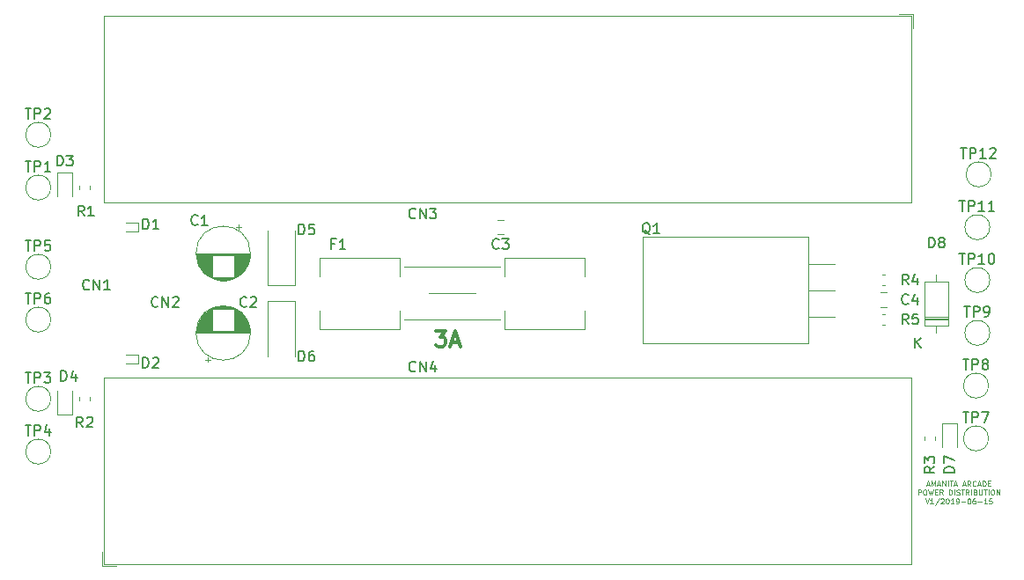
<source format=gbr>
G04 #@! TF.GenerationSoftware,KiCad,Pcbnew,5.0.2-bee76a0~70~ubuntu18.04.1*
G04 #@! TF.CreationDate,2019-06-19T23:07:38-07:00*
G04 #@! TF.ProjectId,aa-power,61612d70-6f77-4657-922e-6b696361645f,rev?*
G04 #@! TF.SameCoordinates,Original*
G04 #@! TF.FileFunction,Legend,Top*
G04 #@! TF.FilePolarity,Positive*
%FSLAX46Y46*%
G04 Gerber Fmt 4.6, Leading zero omitted, Abs format (unit mm)*
G04 Created by KiCad (PCBNEW 5.0.2-bee76a0~70~ubuntu18.04.1) date Wed 19 Jun 2019 11:07:38 PM PDT*
%MOMM*%
%LPD*%
G01*
G04 APERTURE LIST*
%ADD10C,0.076200*%
%ADD11C,0.300000*%
%ADD12C,0.120000*%
%ADD13C,0.100000*%
%ADD14C,0.150000*%
G04 APERTURE END LIST*
D10*
X189611000Y-118753466D02*
X189852904Y-118753466D01*
X189562619Y-118898609D02*
X189731952Y-118390609D01*
X189901285Y-118898609D01*
X190070619Y-118898609D02*
X190070619Y-118390609D01*
X190239952Y-118753466D01*
X190409285Y-118390609D01*
X190409285Y-118898609D01*
X190627000Y-118753466D02*
X190868904Y-118753466D01*
X190578619Y-118898609D02*
X190747952Y-118390609D01*
X190917285Y-118898609D01*
X191086619Y-118898609D02*
X191086619Y-118390609D01*
X191376904Y-118898609D01*
X191376904Y-118390609D01*
X191618809Y-118898609D02*
X191618809Y-118390609D01*
X191788142Y-118390609D02*
X192078428Y-118390609D01*
X191933285Y-118898609D02*
X191933285Y-118390609D01*
X192223571Y-118753466D02*
X192465476Y-118753466D01*
X192175190Y-118898609D02*
X192344523Y-118390609D01*
X192513857Y-118898609D01*
X193046047Y-118753466D02*
X193287952Y-118753466D01*
X192997666Y-118898609D02*
X193167000Y-118390609D01*
X193336333Y-118898609D01*
X193795952Y-118898609D02*
X193626619Y-118656704D01*
X193505666Y-118898609D02*
X193505666Y-118390609D01*
X193699190Y-118390609D01*
X193747571Y-118414800D01*
X193771761Y-118438990D01*
X193795952Y-118487371D01*
X193795952Y-118559942D01*
X193771761Y-118608323D01*
X193747571Y-118632514D01*
X193699190Y-118656704D01*
X193505666Y-118656704D01*
X194303952Y-118850228D02*
X194279761Y-118874419D01*
X194207190Y-118898609D01*
X194158809Y-118898609D01*
X194086238Y-118874419D01*
X194037857Y-118826038D01*
X194013666Y-118777657D01*
X193989476Y-118680895D01*
X193989476Y-118608323D01*
X194013666Y-118511561D01*
X194037857Y-118463180D01*
X194086238Y-118414800D01*
X194158809Y-118390609D01*
X194207190Y-118390609D01*
X194279761Y-118414800D01*
X194303952Y-118438990D01*
X194497476Y-118753466D02*
X194739380Y-118753466D01*
X194449095Y-118898609D02*
X194618428Y-118390609D01*
X194787761Y-118898609D01*
X194957095Y-118898609D02*
X194957095Y-118390609D01*
X195078047Y-118390609D01*
X195150619Y-118414800D01*
X195199000Y-118463180D01*
X195223190Y-118511561D01*
X195247380Y-118608323D01*
X195247380Y-118680895D01*
X195223190Y-118777657D01*
X195199000Y-118826038D01*
X195150619Y-118874419D01*
X195078047Y-118898609D01*
X194957095Y-118898609D01*
X195465095Y-118632514D02*
X195634428Y-118632514D01*
X195707000Y-118898609D02*
X195465095Y-118898609D01*
X195465095Y-118390609D01*
X195707000Y-118390609D01*
X188740142Y-119736809D02*
X188740142Y-119228809D01*
X188933666Y-119228809D01*
X188982047Y-119253000D01*
X189006238Y-119277190D01*
X189030428Y-119325571D01*
X189030428Y-119398142D01*
X189006238Y-119446523D01*
X188982047Y-119470714D01*
X188933666Y-119494904D01*
X188740142Y-119494904D01*
X189344904Y-119228809D02*
X189441666Y-119228809D01*
X189490047Y-119253000D01*
X189538428Y-119301380D01*
X189562619Y-119398142D01*
X189562619Y-119567476D01*
X189538428Y-119664238D01*
X189490047Y-119712619D01*
X189441666Y-119736809D01*
X189344904Y-119736809D01*
X189296523Y-119712619D01*
X189248142Y-119664238D01*
X189223952Y-119567476D01*
X189223952Y-119398142D01*
X189248142Y-119301380D01*
X189296523Y-119253000D01*
X189344904Y-119228809D01*
X189731952Y-119228809D02*
X189852904Y-119736809D01*
X189949666Y-119373952D01*
X190046428Y-119736809D01*
X190167380Y-119228809D01*
X190360904Y-119470714D02*
X190530238Y-119470714D01*
X190602809Y-119736809D02*
X190360904Y-119736809D01*
X190360904Y-119228809D01*
X190602809Y-119228809D01*
X191110809Y-119736809D02*
X190941476Y-119494904D01*
X190820523Y-119736809D02*
X190820523Y-119228809D01*
X191014047Y-119228809D01*
X191062428Y-119253000D01*
X191086619Y-119277190D01*
X191110809Y-119325571D01*
X191110809Y-119398142D01*
X191086619Y-119446523D01*
X191062428Y-119470714D01*
X191014047Y-119494904D01*
X190820523Y-119494904D01*
X191715571Y-119736809D02*
X191715571Y-119228809D01*
X191836523Y-119228809D01*
X191909095Y-119253000D01*
X191957476Y-119301380D01*
X191981666Y-119349761D01*
X192005857Y-119446523D01*
X192005857Y-119519095D01*
X191981666Y-119615857D01*
X191957476Y-119664238D01*
X191909095Y-119712619D01*
X191836523Y-119736809D01*
X191715571Y-119736809D01*
X192223571Y-119736809D02*
X192223571Y-119228809D01*
X192441285Y-119712619D02*
X192513857Y-119736809D01*
X192634809Y-119736809D01*
X192683190Y-119712619D01*
X192707380Y-119688428D01*
X192731571Y-119640047D01*
X192731571Y-119591666D01*
X192707380Y-119543285D01*
X192683190Y-119519095D01*
X192634809Y-119494904D01*
X192538047Y-119470714D01*
X192489666Y-119446523D01*
X192465476Y-119422333D01*
X192441285Y-119373952D01*
X192441285Y-119325571D01*
X192465476Y-119277190D01*
X192489666Y-119253000D01*
X192538047Y-119228809D01*
X192659000Y-119228809D01*
X192731571Y-119253000D01*
X192876714Y-119228809D02*
X193167000Y-119228809D01*
X193021857Y-119736809D02*
X193021857Y-119228809D01*
X193626619Y-119736809D02*
X193457285Y-119494904D01*
X193336333Y-119736809D02*
X193336333Y-119228809D01*
X193529857Y-119228809D01*
X193578238Y-119253000D01*
X193602428Y-119277190D01*
X193626619Y-119325571D01*
X193626619Y-119398142D01*
X193602428Y-119446523D01*
X193578238Y-119470714D01*
X193529857Y-119494904D01*
X193336333Y-119494904D01*
X193844333Y-119736809D02*
X193844333Y-119228809D01*
X194255571Y-119470714D02*
X194328142Y-119494904D01*
X194352333Y-119519095D01*
X194376523Y-119567476D01*
X194376523Y-119640047D01*
X194352333Y-119688428D01*
X194328142Y-119712619D01*
X194279761Y-119736809D01*
X194086238Y-119736809D01*
X194086238Y-119228809D01*
X194255571Y-119228809D01*
X194303952Y-119253000D01*
X194328142Y-119277190D01*
X194352333Y-119325571D01*
X194352333Y-119373952D01*
X194328142Y-119422333D01*
X194303952Y-119446523D01*
X194255571Y-119470714D01*
X194086238Y-119470714D01*
X194594238Y-119228809D02*
X194594238Y-119640047D01*
X194618428Y-119688428D01*
X194642619Y-119712619D01*
X194691000Y-119736809D01*
X194787761Y-119736809D01*
X194836142Y-119712619D01*
X194860333Y-119688428D01*
X194884523Y-119640047D01*
X194884523Y-119228809D01*
X195053857Y-119228809D02*
X195344142Y-119228809D01*
X195199000Y-119736809D02*
X195199000Y-119228809D01*
X195513476Y-119736809D02*
X195513476Y-119228809D01*
X195852142Y-119228809D02*
X195948904Y-119228809D01*
X195997285Y-119253000D01*
X196045666Y-119301380D01*
X196069857Y-119398142D01*
X196069857Y-119567476D01*
X196045666Y-119664238D01*
X195997285Y-119712619D01*
X195948904Y-119736809D01*
X195852142Y-119736809D01*
X195803761Y-119712619D01*
X195755380Y-119664238D01*
X195731190Y-119567476D01*
X195731190Y-119398142D01*
X195755380Y-119301380D01*
X195803761Y-119253000D01*
X195852142Y-119228809D01*
X196287571Y-119736809D02*
X196287571Y-119228809D01*
X196577857Y-119736809D01*
X196577857Y-119228809D01*
X189417476Y-120067009D02*
X189586809Y-120575009D01*
X189756142Y-120067009D01*
X190191571Y-120575009D02*
X189901285Y-120575009D01*
X190046428Y-120575009D02*
X190046428Y-120067009D01*
X189998047Y-120139580D01*
X189949666Y-120187961D01*
X189901285Y-120212152D01*
X190772142Y-120042819D02*
X190336714Y-120695961D01*
X190917285Y-120115390D02*
X190941476Y-120091200D01*
X190989857Y-120067009D01*
X191110809Y-120067009D01*
X191159190Y-120091200D01*
X191183380Y-120115390D01*
X191207571Y-120163771D01*
X191207571Y-120212152D01*
X191183380Y-120284723D01*
X190893095Y-120575009D01*
X191207571Y-120575009D01*
X191522047Y-120067009D02*
X191570428Y-120067009D01*
X191618809Y-120091200D01*
X191643000Y-120115390D01*
X191667190Y-120163771D01*
X191691380Y-120260533D01*
X191691380Y-120381485D01*
X191667190Y-120478247D01*
X191643000Y-120526628D01*
X191618809Y-120550819D01*
X191570428Y-120575009D01*
X191522047Y-120575009D01*
X191473666Y-120550819D01*
X191449476Y-120526628D01*
X191425285Y-120478247D01*
X191401095Y-120381485D01*
X191401095Y-120260533D01*
X191425285Y-120163771D01*
X191449476Y-120115390D01*
X191473666Y-120091200D01*
X191522047Y-120067009D01*
X192175190Y-120575009D02*
X191884904Y-120575009D01*
X192030047Y-120575009D02*
X192030047Y-120067009D01*
X191981666Y-120139580D01*
X191933285Y-120187961D01*
X191884904Y-120212152D01*
X192417095Y-120575009D02*
X192513857Y-120575009D01*
X192562238Y-120550819D01*
X192586428Y-120526628D01*
X192634809Y-120454057D01*
X192659000Y-120357295D01*
X192659000Y-120163771D01*
X192634809Y-120115390D01*
X192610619Y-120091200D01*
X192562238Y-120067009D01*
X192465476Y-120067009D01*
X192417095Y-120091200D01*
X192392904Y-120115390D01*
X192368714Y-120163771D01*
X192368714Y-120284723D01*
X192392904Y-120333104D01*
X192417095Y-120357295D01*
X192465476Y-120381485D01*
X192562238Y-120381485D01*
X192610619Y-120357295D01*
X192634809Y-120333104D01*
X192659000Y-120284723D01*
X192876714Y-120381485D02*
X193263761Y-120381485D01*
X193602428Y-120067009D02*
X193650809Y-120067009D01*
X193699190Y-120091200D01*
X193723380Y-120115390D01*
X193747571Y-120163771D01*
X193771761Y-120260533D01*
X193771761Y-120381485D01*
X193747571Y-120478247D01*
X193723380Y-120526628D01*
X193699190Y-120550819D01*
X193650809Y-120575009D01*
X193602428Y-120575009D01*
X193554047Y-120550819D01*
X193529857Y-120526628D01*
X193505666Y-120478247D01*
X193481476Y-120381485D01*
X193481476Y-120260533D01*
X193505666Y-120163771D01*
X193529857Y-120115390D01*
X193554047Y-120091200D01*
X193602428Y-120067009D01*
X194207190Y-120067009D02*
X194110428Y-120067009D01*
X194062047Y-120091200D01*
X194037857Y-120115390D01*
X193989476Y-120187961D01*
X193965285Y-120284723D01*
X193965285Y-120478247D01*
X193989476Y-120526628D01*
X194013666Y-120550819D01*
X194062047Y-120575009D01*
X194158809Y-120575009D01*
X194207190Y-120550819D01*
X194231380Y-120526628D01*
X194255571Y-120478247D01*
X194255571Y-120357295D01*
X194231380Y-120308914D01*
X194207190Y-120284723D01*
X194158809Y-120260533D01*
X194062047Y-120260533D01*
X194013666Y-120284723D01*
X193989476Y-120308914D01*
X193965285Y-120357295D01*
X194473285Y-120381485D02*
X194860333Y-120381485D01*
X195368333Y-120575009D02*
X195078047Y-120575009D01*
X195223190Y-120575009D02*
X195223190Y-120067009D01*
X195174809Y-120139580D01*
X195126428Y-120187961D01*
X195078047Y-120212152D01*
X195827952Y-120067009D02*
X195586047Y-120067009D01*
X195561857Y-120308914D01*
X195586047Y-120284723D01*
X195634428Y-120260533D01*
X195755380Y-120260533D01*
X195803761Y-120284723D01*
X195827952Y-120308914D01*
X195852142Y-120357295D01*
X195852142Y-120478247D01*
X195827952Y-120526628D01*
X195803761Y-120550819D01*
X195755380Y-120575009D01*
X195634428Y-120575009D01*
X195586047Y-120550819D01*
X195561857Y-120526628D01*
D11*
X142367142Y-103953571D02*
X143295714Y-103953571D01*
X142795714Y-104525000D01*
X143010000Y-104525000D01*
X143152857Y-104596428D01*
X143224285Y-104667857D01*
X143295714Y-104810714D01*
X143295714Y-105167857D01*
X143224285Y-105310714D01*
X143152857Y-105382142D01*
X143010000Y-105453571D01*
X142581428Y-105453571D01*
X142438571Y-105382142D01*
X142367142Y-105310714D01*
X143867142Y-105025000D02*
X144581428Y-105025000D01*
X143724285Y-105453571D02*
X144224285Y-103953571D01*
X144724285Y-105453571D01*
D12*
G04 #@! TO.C,Q1*
X178152162Y-105172621D02*
X178152162Y-94932621D01*
X162262162Y-105172621D02*
X162262162Y-94932621D01*
X162262162Y-105172621D02*
X178152162Y-105172621D01*
X162262162Y-94932621D02*
X178152162Y-94932621D01*
X178152162Y-102592621D02*
X180692162Y-102592621D01*
X178152162Y-100052621D02*
X180692162Y-100052621D01*
X178152162Y-97512621D02*
X180692162Y-97512621D01*
G04 #@! TO.C,C4*
X185678578Y-101675000D02*
X185161422Y-101675000D01*
X185678578Y-100255000D02*
X185161422Y-100255000D01*
G04 #@! TO.C,C2*
X120195000Y-106714775D02*
X120695000Y-106714775D01*
X120445000Y-106964775D02*
X120445000Y-106464775D01*
X121636000Y-101559000D02*
X122204000Y-101559000D01*
X121402000Y-101599000D02*
X122438000Y-101599000D01*
X121243000Y-101639000D02*
X122597000Y-101639000D01*
X121115000Y-101679000D02*
X122725000Y-101679000D01*
X121005000Y-101719000D02*
X122835000Y-101719000D01*
X120909000Y-101759000D02*
X122931000Y-101759000D01*
X120822000Y-101799000D02*
X123018000Y-101799000D01*
X120742000Y-101839000D02*
X123098000Y-101839000D01*
X122960000Y-101879000D02*
X123171000Y-101879000D01*
X120669000Y-101879000D02*
X120880000Y-101879000D01*
X122960000Y-101919000D02*
X123239000Y-101919000D01*
X120601000Y-101919000D02*
X120880000Y-101919000D01*
X122960000Y-101959000D02*
X123303000Y-101959000D01*
X120537000Y-101959000D02*
X120880000Y-101959000D01*
X122960000Y-101999000D02*
X123363000Y-101999000D01*
X120477000Y-101999000D02*
X120880000Y-101999000D01*
X122960000Y-102039000D02*
X123420000Y-102039000D01*
X120420000Y-102039000D02*
X120880000Y-102039000D01*
X122960000Y-102079000D02*
X123474000Y-102079000D01*
X120366000Y-102079000D02*
X120880000Y-102079000D01*
X122960000Y-102119000D02*
X123525000Y-102119000D01*
X120315000Y-102119000D02*
X120880000Y-102119000D01*
X122960000Y-102159000D02*
X123573000Y-102159000D01*
X120267000Y-102159000D02*
X120880000Y-102159000D01*
X122960000Y-102199000D02*
X123619000Y-102199000D01*
X120221000Y-102199000D02*
X120880000Y-102199000D01*
X122960000Y-102239000D02*
X123663000Y-102239000D01*
X120177000Y-102239000D02*
X120880000Y-102239000D01*
X122960000Y-102279000D02*
X123705000Y-102279000D01*
X120135000Y-102279000D02*
X120880000Y-102279000D01*
X122960000Y-102319000D02*
X123746000Y-102319000D01*
X120094000Y-102319000D02*
X120880000Y-102319000D01*
X122960000Y-102359000D02*
X123784000Y-102359000D01*
X120056000Y-102359000D02*
X120880000Y-102359000D01*
X122960000Y-102399000D02*
X123821000Y-102399000D01*
X120019000Y-102399000D02*
X120880000Y-102399000D01*
X122960000Y-102439000D02*
X123857000Y-102439000D01*
X119983000Y-102439000D02*
X120880000Y-102439000D01*
X122960000Y-102479000D02*
X123891000Y-102479000D01*
X119949000Y-102479000D02*
X120880000Y-102479000D01*
X122960000Y-102519000D02*
X123924000Y-102519000D01*
X119916000Y-102519000D02*
X120880000Y-102519000D01*
X122960000Y-102559000D02*
X123955000Y-102559000D01*
X119885000Y-102559000D02*
X120880000Y-102559000D01*
X122960000Y-102599000D02*
X123985000Y-102599000D01*
X119855000Y-102599000D02*
X120880000Y-102599000D01*
X122960000Y-102639000D02*
X124015000Y-102639000D01*
X119825000Y-102639000D02*
X120880000Y-102639000D01*
X122960000Y-102679000D02*
X124042000Y-102679000D01*
X119798000Y-102679000D02*
X120880000Y-102679000D01*
X122960000Y-102719000D02*
X124069000Y-102719000D01*
X119771000Y-102719000D02*
X120880000Y-102719000D01*
X122960000Y-102759000D02*
X124095000Y-102759000D01*
X119745000Y-102759000D02*
X120880000Y-102759000D01*
X122960000Y-102799000D02*
X124120000Y-102799000D01*
X119720000Y-102799000D02*
X120880000Y-102799000D01*
X122960000Y-102839000D02*
X124144000Y-102839000D01*
X119696000Y-102839000D02*
X120880000Y-102839000D01*
X122960000Y-102879000D02*
X124167000Y-102879000D01*
X119673000Y-102879000D02*
X120880000Y-102879000D01*
X122960000Y-102919000D02*
X124188000Y-102919000D01*
X119652000Y-102919000D02*
X120880000Y-102919000D01*
X122960000Y-102959000D02*
X124210000Y-102959000D01*
X119630000Y-102959000D02*
X120880000Y-102959000D01*
X122960000Y-102999000D02*
X124230000Y-102999000D01*
X119610000Y-102999000D02*
X120880000Y-102999000D01*
X122960000Y-103039000D02*
X124249000Y-103039000D01*
X119591000Y-103039000D02*
X120880000Y-103039000D01*
X122960000Y-103079000D02*
X124268000Y-103079000D01*
X119572000Y-103079000D02*
X120880000Y-103079000D01*
X122960000Y-103119000D02*
X124285000Y-103119000D01*
X119555000Y-103119000D02*
X120880000Y-103119000D01*
X122960000Y-103159000D02*
X124302000Y-103159000D01*
X119538000Y-103159000D02*
X120880000Y-103159000D01*
X122960000Y-103199000D02*
X124318000Y-103199000D01*
X119522000Y-103199000D02*
X120880000Y-103199000D01*
X122960000Y-103239000D02*
X124334000Y-103239000D01*
X119506000Y-103239000D02*
X120880000Y-103239000D01*
X122960000Y-103279000D02*
X124348000Y-103279000D01*
X119492000Y-103279000D02*
X120880000Y-103279000D01*
X122960000Y-103319000D02*
X124362000Y-103319000D01*
X119478000Y-103319000D02*
X120880000Y-103319000D01*
X122960000Y-103359000D02*
X124375000Y-103359000D01*
X119465000Y-103359000D02*
X120880000Y-103359000D01*
X122960000Y-103399000D02*
X124388000Y-103399000D01*
X119452000Y-103399000D02*
X120880000Y-103399000D01*
X122960000Y-103439000D02*
X124400000Y-103439000D01*
X119440000Y-103439000D02*
X120880000Y-103439000D01*
X122960000Y-103480000D02*
X124411000Y-103480000D01*
X119429000Y-103480000D02*
X120880000Y-103480000D01*
X122960000Y-103520000D02*
X124421000Y-103520000D01*
X119419000Y-103520000D02*
X120880000Y-103520000D01*
X122960000Y-103560000D02*
X124431000Y-103560000D01*
X119409000Y-103560000D02*
X120880000Y-103560000D01*
X122960000Y-103600000D02*
X124440000Y-103600000D01*
X119400000Y-103600000D02*
X120880000Y-103600000D01*
X122960000Y-103640000D02*
X124448000Y-103640000D01*
X119392000Y-103640000D02*
X120880000Y-103640000D01*
X122960000Y-103680000D02*
X124456000Y-103680000D01*
X119384000Y-103680000D02*
X120880000Y-103680000D01*
X122960000Y-103720000D02*
X124463000Y-103720000D01*
X119377000Y-103720000D02*
X120880000Y-103720000D01*
X122960000Y-103760000D02*
X124470000Y-103760000D01*
X119370000Y-103760000D02*
X120880000Y-103760000D01*
X122960000Y-103800000D02*
X124476000Y-103800000D01*
X119364000Y-103800000D02*
X120880000Y-103800000D01*
X122960000Y-103840000D02*
X124481000Y-103840000D01*
X119359000Y-103840000D02*
X120880000Y-103840000D01*
X122960000Y-103880000D02*
X124485000Y-103880000D01*
X119355000Y-103880000D02*
X120880000Y-103880000D01*
X122960000Y-103920000D02*
X124489000Y-103920000D01*
X119351000Y-103920000D02*
X120880000Y-103920000D01*
X119347000Y-103960000D02*
X124493000Y-103960000D01*
X119344000Y-104000000D02*
X124496000Y-104000000D01*
X119342000Y-104040000D02*
X124498000Y-104040000D01*
X119341000Y-104080000D02*
X124499000Y-104080000D01*
X119340000Y-104120000D02*
X124500000Y-104120000D01*
X119340000Y-104160000D02*
X124500000Y-104160000D01*
X124540000Y-104160000D02*
G75*
G03X124540000Y-104160000I-2620000J0D01*
G01*
G04 #@! TO.C,C1*
X124540000Y-96500000D02*
G75*
G03X124540000Y-96500000I-2620000J0D01*
G01*
X124500000Y-96500000D02*
X119340000Y-96500000D01*
X124500000Y-96540000D02*
X119340000Y-96540000D01*
X124499000Y-96580000D02*
X119341000Y-96580000D01*
X124498000Y-96620000D02*
X119342000Y-96620000D01*
X124496000Y-96660000D02*
X119344000Y-96660000D01*
X124493000Y-96700000D02*
X119347000Y-96700000D01*
X124489000Y-96740000D02*
X122960000Y-96740000D01*
X120880000Y-96740000D02*
X119351000Y-96740000D01*
X124485000Y-96780000D02*
X122960000Y-96780000D01*
X120880000Y-96780000D02*
X119355000Y-96780000D01*
X124481000Y-96820000D02*
X122960000Y-96820000D01*
X120880000Y-96820000D02*
X119359000Y-96820000D01*
X124476000Y-96860000D02*
X122960000Y-96860000D01*
X120880000Y-96860000D02*
X119364000Y-96860000D01*
X124470000Y-96900000D02*
X122960000Y-96900000D01*
X120880000Y-96900000D02*
X119370000Y-96900000D01*
X124463000Y-96940000D02*
X122960000Y-96940000D01*
X120880000Y-96940000D02*
X119377000Y-96940000D01*
X124456000Y-96980000D02*
X122960000Y-96980000D01*
X120880000Y-96980000D02*
X119384000Y-96980000D01*
X124448000Y-97020000D02*
X122960000Y-97020000D01*
X120880000Y-97020000D02*
X119392000Y-97020000D01*
X124440000Y-97060000D02*
X122960000Y-97060000D01*
X120880000Y-97060000D02*
X119400000Y-97060000D01*
X124431000Y-97100000D02*
X122960000Y-97100000D01*
X120880000Y-97100000D02*
X119409000Y-97100000D01*
X124421000Y-97140000D02*
X122960000Y-97140000D01*
X120880000Y-97140000D02*
X119419000Y-97140000D01*
X124411000Y-97180000D02*
X122960000Y-97180000D01*
X120880000Y-97180000D02*
X119429000Y-97180000D01*
X124400000Y-97221000D02*
X122960000Y-97221000D01*
X120880000Y-97221000D02*
X119440000Y-97221000D01*
X124388000Y-97261000D02*
X122960000Y-97261000D01*
X120880000Y-97261000D02*
X119452000Y-97261000D01*
X124375000Y-97301000D02*
X122960000Y-97301000D01*
X120880000Y-97301000D02*
X119465000Y-97301000D01*
X124362000Y-97341000D02*
X122960000Y-97341000D01*
X120880000Y-97341000D02*
X119478000Y-97341000D01*
X124348000Y-97381000D02*
X122960000Y-97381000D01*
X120880000Y-97381000D02*
X119492000Y-97381000D01*
X124334000Y-97421000D02*
X122960000Y-97421000D01*
X120880000Y-97421000D02*
X119506000Y-97421000D01*
X124318000Y-97461000D02*
X122960000Y-97461000D01*
X120880000Y-97461000D02*
X119522000Y-97461000D01*
X124302000Y-97501000D02*
X122960000Y-97501000D01*
X120880000Y-97501000D02*
X119538000Y-97501000D01*
X124285000Y-97541000D02*
X122960000Y-97541000D01*
X120880000Y-97541000D02*
X119555000Y-97541000D01*
X124268000Y-97581000D02*
X122960000Y-97581000D01*
X120880000Y-97581000D02*
X119572000Y-97581000D01*
X124249000Y-97621000D02*
X122960000Y-97621000D01*
X120880000Y-97621000D02*
X119591000Y-97621000D01*
X124230000Y-97661000D02*
X122960000Y-97661000D01*
X120880000Y-97661000D02*
X119610000Y-97661000D01*
X124210000Y-97701000D02*
X122960000Y-97701000D01*
X120880000Y-97701000D02*
X119630000Y-97701000D01*
X124188000Y-97741000D02*
X122960000Y-97741000D01*
X120880000Y-97741000D02*
X119652000Y-97741000D01*
X124167000Y-97781000D02*
X122960000Y-97781000D01*
X120880000Y-97781000D02*
X119673000Y-97781000D01*
X124144000Y-97821000D02*
X122960000Y-97821000D01*
X120880000Y-97821000D02*
X119696000Y-97821000D01*
X124120000Y-97861000D02*
X122960000Y-97861000D01*
X120880000Y-97861000D02*
X119720000Y-97861000D01*
X124095000Y-97901000D02*
X122960000Y-97901000D01*
X120880000Y-97901000D02*
X119745000Y-97901000D01*
X124069000Y-97941000D02*
X122960000Y-97941000D01*
X120880000Y-97941000D02*
X119771000Y-97941000D01*
X124042000Y-97981000D02*
X122960000Y-97981000D01*
X120880000Y-97981000D02*
X119798000Y-97981000D01*
X124015000Y-98021000D02*
X122960000Y-98021000D01*
X120880000Y-98021000D02*
X119825000Y-98021000D01*
X123985000Y-98061000D02*
X122960000Y-98061000D01*
X120880000Y-98061000D02*
X119855000Y-98061000D01*
X123955000Y-98101000D02*
X122960000Y-98101000D01*
X120880000Y-98101000D02*
X119885000Y-98101000D01*
X123924000Y-98141000D02*
X122960000Y-98141000D01*
X120880000Y-98141000D02*
X119916000Y-98141000D01*
X123891000Y-98181000D02*
X122960000Y-98181000D01*
X120880000Y-98181000D02*
X119949000Y-98181000D01*
X123857000Y-98221000D02*
X122960000Y-98221000D01*
X120880000Y-98221000D02*
X119983000Y-98221000D01*
X123821000Y-98261000D02*
X122960000Y-98261000D01*
X120880000Y-98261000D02*
X120019000Y-98261000D01*
X123784000Y-98301000D02*
X122960000Y-98301000D01*
X120880000Y-98301000D02*
X120056000Y-98301000D01*
X123746000Y-98341000D02*
X122960000Y-98341000D01*
X120880000Y-98341000D02*
X120094000Y-98341000D01*
X123705000Y-98381000D02*
X122960000Y-98381000D01*
X120880000Y-98381000D02*
X120135000Y-98381000D01*
X123663000Y-98421000D02*
X122960000Y-98421000D01*
X120880000Y-98421000D02*
X120177000Y-98421000D01*
X123619000Y-98461000D02*
X122960000Y-98461000D01*
X120880000Y-98461000D02*
X120221000Y-98461000D01*
X123573000Y-98501000D02*
X122960000Y-98501000D01*
X120880000Y-98501000D02*
X120267000Y-98501000D01*
X123525000Y-98541000D02*
X122960000Y-98541000D01*
X120880000Y-98541000D02*
X120315000Y-98541000D01*
X123474000Y-98581000D02*
X122960000Y-98581000D01*
X120880000Y-98581000D02*
X120366000Y-98581000D01*
X123420000Y-98621000D02*
X122960000Y-98621000D01*
X120880000Y-98621000D02*
X120420000Y-98621000D01*
X123363000Y-98661000D02*
X122960000Y-98661000D01*
X120880000Y-98661000D02*
X120477000Y-98661000D01*
X123303000Y-98701000D02*
X122960000Y-98701000D01*
X120880000Y-98701000D02*
X120537000Y-98701000D01*
X123239000Y-98741000D02*
X122960000Y-98741000D01*
X120880000Y-98741000D02*
X120601000Y-98741000D01*
X123171000Y-98781000D02*
X122960000Y-98781000D01*
X120880000Y-98781000D02*
X120669000Y-98781000D01*
X123098000Y-98821000D02*
X120742000Y-98821000D01*
X123018000Y-98861000D02*
X120822000Y-98861000D01*
X122931000Y-98901000D02*
X120909000Y-98901000D01*
X122835000Y-98941000D02*
X121005000Y-98941000D01*
X122725000Y-98981000D02*
X121115000Y-98981000D01*
X122597000Y-99021000D02*
X121243000Y-99021000D01*
X122438000Y-99061000D02*
X121402000Y-99061000D01*
X122204000Y-99101000D02*
X121636000Y-99101000D01*
X123395000Y-93695225D02*
X123395000Y-94195225D01*
X123645000Y-93945225D02*
X123145000Y-93945225D01*
G04 #@! TO.C,TP12*
X195764000Y-88900000D02*
G75*
G03X195764000Y-88900000I-1200000J0D01*
G01*
G04 #@! TO.C,TP7*
X195510000Y-114300000D02*
G75*
G03X195510000Y-114300000I-1200000J0D01*
G01*
G04 #@! TO.C,TP8*
X195510000Y-109220000D02*
G75*
G03X195510000Y-109220000I-1200000J0D01*
G01*
G04 #@! TO.C,TP9*
X195637000Y-104140000D02*
G75*
G03X195637000Y-104140000I-1200000J0D01*
G01*
G04 #@! TO.C,TP10*
X195637000Y-99060000D02*
G75*
G03X195637000Y-99060000I-1200000J0D01*
G01*
G04 #@! TO.C,TP11*
X195637000Y-93980000D02*
G75*
G03X195637000Y-93980000I-1200000J0D01*
G01*
G04 #@! TO.C,C3*
X148848578Y-94690000D02*
X148331422Y-94690000D01*
X148848578Y-93270000D02*
X148331422Y-93270000D01*
G04 #@! TO.C,D8*
X189380000Y-103466000D02*
X191620000Y-103466000D01*
X191620000Y-103466000D02*
X191620000Y-99226000D01*
X191620000Y-99226000D02*
X189380000Y-99226000D01*
X189380000Y-99226000D02*
X189380000Y-103466000D01*
X190500000Y-104116000D02*
X190500000Y-103466000D01*
X190500000Y-98576000D02*
X190500000Y-99226000D01*
X189380000Y-102746000D02*
X191620000Y-102746000D01*
X189380000Y-102626000D02*
X191620000Y-102626000D01*
X189380000Y-102866000D02*
X191620000Y-102866000D01*
G04 #@! TO.C,D3*
X107415000Y-90970000D02*
X107415000Y-88685000D01*
X107415000Y-88685000D02*
X105945000Y-88685000D01*
X105945000Y-88685000D02*
X105945000Y-90970000D01*
G04 #@! TO.C,D4*
X107415000Y-111975000D02*
X107415000Y-109690000D01*
X105945000Y-111975000D02*
X107415000Y-111975000D01*
X105945000Y-109690000D02*
X105945000Y-111975000D01*
G04 #@! TO.C,D7*
X192505000Y-115100000D02*
X192505000Y-112815000D01*
X192505000Y-112815000D02*
X191035000Y-112815000D01*
X191035000Y-112815000D02*
X191035000Y-115100000D01*
G04 #@! TO.C,R5*
X185582779Y-103380000D02*
X185257221Y-103380000D01*
X185582779Y-102360000D02*
X185257221Y-102360000D01*
G04 #@! TO.C,R4*
X185257221Y-99570000D02*
X185582779Y-99570000D01*
X185257221Y-98550000D02*
X185582779Y-98550000D01*
G04 #@! TO.C,R2*
X109095000Y-110327221D02*
X109095000Y-110652779D01*
X108075000Y-110327221D02*
X108075000Y-110652779D01*
G04 #@! TO.C,R1*
X109095000Y-90332779D02*
X109095000Y-90007221D01*
X108075000Y-90332779D02*
X108075000Y-90007221D01*
G04 #@! TO.C,R3*
X189355000Y-114462779D02*
X189355000Y-114137221D01*
X190375000Y-114462779D02*
X190375000Y-114137221D01*
G04 #@! TO.C,TP5*
X105340000Y-97790000D02*
G75*
G03X105340000Y-97790000I-1200000J0D01*
G01*
G04 #@! TO.C,TP4*
X105340000Y-115570000D02*
G75*
G03X105340000Y-115570000I-1200000J0D01*
G01*
G04 #@! TO.C,TP3*
X105340000Y-110490000D02*
G75*
G03X105340000Y-110490000I-1200000J0D01*
G01*
G04 #@! TO.C,TP2*
X105340000Y-85090000D02*
G75*
G03X105340000Y-85090000I-1200000J0D01*
G01*
G04 #@! TO.C,TP1*
X105340000Y-90170000D02*
G75*
G03X105340000Y-90170000I-1200000J0D01*
G01*
G04 #@! TO.C,TP6*
X105340000Y-102870000D02*
G75*
G03X105340000Y-102870000I-1200000J0D01*
G01*
G04 #@! TO.C,D5*
X126208000Y-99570000D02*
X126208000Y-94270000D01*
X128808000Y-99570000D02*
X128808000Y-94270000D01*
X126208000Y-99570000D02*
X128808000Y-99570000D01*
G04 #@! TO.C,D6*
X128808000Y-101090000D02*
X126208000Y-101090000D01*
X126208000Y-101090000D02*
X126208000Y-106390000D01*
X128808000Y-101090000D02*
X128808000Y-106390000D01*
G04 #@! TO.C,D2*
X113780000Y-107130000D02*
X112580000Y-107130000D01*
X113780000Y-106230000D02*
X112580000Y-106230000D01*
X113780000Y-107130000D02*
X113780000Y-106230000D01*
G04 #@! TO.C,D1*
X113780000Y-94430000D02*
X113780000Y-93530000D01*
X113780000Y-93530000D02*
X112580000Y-93530000D01*
X113780000Y-94430000D02*
X112580000Y-94430000D01*
G04 #@! TO.C,F1*
X148590000Y-102870000D02*
X139319000Y-102870000D01*
X139319000Y-97790000D02*
X148590000Y-97790000D01*
X146177000Y-100330000D02*
X141732000Y-100330000D01*
X148971000Y-103759000D02*
X156718000Y-103759000D01*
X148971000Y-101981000D02*
X148971000Y-103751000D01*
X156718000Y-96901000D02*
X148971000Y-96901000D01*
X156718000Y-103751000D02*
X156718000Y-101981000D01*
X148971000Y-98679000D02*
X148971000Y-96901000D01*
X156718000Y-96901000D02*
X156718000Y-98679000D01*
X131191000Y-98679000D02*
X131191000Y-96901000D01*
X131191000Y-101981000D02*
X131191000Y-103751000D01*
X138938000Y-96901000D02*
X131191000Y-96901000D01*
X138938000Y-96901000D02*
X138938000Y-98679000D01*
X131191000Y-103759000D02*
X138938000Y-103759000D01*
X138938000Y-103751000D02*
X138938000Y-101981000D01*
D13*
G04 #@! TO.C,CN3*
X188264800Y-73482200D02*
X186944000Y-73482200D01*
X188264800Y-74803000D02*
X188264800Y-73482200D01*
X188087000Y-73660000D02*
X188087000Y-91567000D01*
X110490000Y-73660000D02*
X188087000Y-73660000D01*
X110490000Y-91567000D02*
X110490000Y-73660000D01*
X188087000Y-91567000D02*
X110490000Y-91567000D01*
G04 #@! TO.C,CN4*
X110490000Y-108458000D02*
X188087000Y-108458000D01*
X188087000Y-108458000D02*
X188087000Y-126365000D01*
X188087000Y-126365000D02*
X110490000Y-126365000D01*
X110490000Y-126365000D02*
X110490000Y-108458000D01*
X110312200Y-125222000D02*
X110312200Y-126542800D01*
X110312200Y-126542800D02*
X111633000Y-126542800D01*
G04 #@! TO.C,Q1*
D14*
X162972761Y-94654619D02*
X162877523Y-94607000D01*
X162782285Y-94511761D01*
X162639428Y-94368904D01*
X162544190Y-94321285D01*
X162448952Y-94321285D01*
X162496571Y-94559380D02*
X162401333Y-94511761D01*
X162306095Y-94416523D01*
X162258476Y-94226047D01*
X162258476Y-93892714D01*
X162306095Y-93702238D01*
X162401333Y-93607000D01*
X162496571Y-93559380D01*
X162687047Y-93559380D01*
X162782285Y-93607000D01*
X162877523Y-93702238D01*
X162925142Y-93892714D01*
X162925142Y-94226047D01*
X162877523Y-94416523D01*
X162782285Y-94511761D01*
X162687047Y-94559380D01*
X162496571Y-94559380D01*
X163877523Y-94559380D02*
X163306095Y-94559380D01*
X163591809Y-94559380D02*
X163591809Y-93559380D01*
X163496571Y-93702238D01*
X163401333Y-93797476D01*
X163306095Y-93845095D01*
G04 #@! TO.C,C4*
X187793333Y-101322142D02*
X187745714Y-101369761D01*
X187602857Y-101417380D01*
X187507619Y-101417380D01*
X187364761Y-101369761D01*
X187269523Y-101274523D01*
X187221904Y-101179285D01*
X187174285Y-100988809D01*
X187174285Y-100845952D01*
X187221904Y-100655476D01*
X187269523Y-100560238D01*
X187364761Y-100465000D01*
X187507619Y-100417380D01*
X187602857Y-100417380D01*
X187745714Y-100465000D01*
X187793333Y-100512619D01*
X188650476Y-100750714D02*
X188650476Y-101417380D01*
X188412380Y-100369761D02*
X188174285Y-101084047D01*
X188793333Y-101084047D01*
G04 #@! TO.C,C2*
X124166333Y-101576142D02*
X124118714Y-101623761D01*
X123975857Y-101671380D01*
X123880619Y-101671380D01*
X123737761Y-101623761D01*
X123642523Y-101528523D01*
X123594904Y-101433285D01*
X123547285Y-101242809D01*
X123547285Y-101099952D01*
X123594904Y-100909476D01*
X123642523Y-100814238D01*
X123737761Y-100719000D01*
X123880619Y-100671380D01*
X123975857Y-100671380D01*
X124118714Y-100719000D01*
X124166333Y-100766619D01*
X124547285Y-100766619D02*
X124594904Y-100719000D01*
X124690142Y-100671380D01*
X124928238Y-100671380D01*
X125023476Y-100719000D01*
X125071095Y-100766619D01*
X125118714Y-100861857D01*
X125118714Y-100957095D01*
X125071095Y-101099952D01*
X124499666Y-101671380D01*
X125118714Y-101671380D01*
G04 #@! TO.C,C1*
X119467333Y-93702142D02*
X119419714Y-93749761D01*
X119276857Y-93797380D01*
X119181619Y-93797380D01*
X119038761Y-93749761D01*
X118943523Y-93654523D01*
X118895904Y-93559285D01*
X118848285Y-93368809D01*
X118848285Y-93225952D01*
X118895904Y-93035476D01*
X118943523Y-92940238D01*
X119038761Y-92845000D01*
X119181619Y-92797380D01*
X119276857Y-92797380D01*
X119419714Y-92845000D01*
X119467333Y-92892619D01*
X120419714Y-93797380D02*
X119848285Y-93797380D01*
X120134000Y-93797380D02*
X120134000Y-92797380D01*
X120038761Y-92940238D01*
X119943523Y-93035476D01*
X119848285Y-93083095D01*
G04 #@! TO.C,TP12*
X192825904Y-86354380D02*
X193397333Y-86354380D01*
X193111619Y-87354380D02*
X193111619Y-86354380D01*
X193730666Y-87354380D02*
X193730666Y-86354380D01*
X194111619Y-86354380D01*
X194206857Y-86402000D01*
X194254476Y-86449619D01*
X194302095Y-86544857D01*
X194302095Y-86687714D01*
X194254476Y-86782952D01*
X194206857Y-86830571D01*
X194111619Y-86878190D01*
X193730666Y-86878190D01*
X195254476Y-87354380D02*
X194683047Y-87354380D01*
X194968761Y-87354380D02*
X194968761Y-86354380D01*
X194873523Y-86497238D01*
X194778285Y-86592476D01*
X194683047Y-86640095D01*
X195635428Y-86449619D02*
X195683047Y-86402000D01*
X195778285Y-86354380D01*
X196016380Y-86354380D01*
X196111619Y-86402000D01*
X196159238Y-86449619D01*
X196206857Y-86544857D01*
X196206857Y-86640095D01*
X196159238Y-86782952D01*
X195587809Y-87354380D01*
X196206857Y-87354380D01*
G04 #@! TO.C,TP7*
X193048095Y-111754380D02*
X193619523Y-111754380D01*
X193333809Y-112754380D02*
X193333809Y-111754380D01*
X193952857Y-112754380D02*
X193952857Y-111754380D01*
X194333809Y-111754380D01*
X194429047Y-111802000D01*
X194476666Y-111849619D01*
X194524285Y-111944857D01*
X194524285Y-112087714D01*
X194476666Y-112182952D01*
X194429047Y-112230571D01*
X194333809Y-112278190D01*
X193952857Y-112278190D01*
X194857619Y-111754380D02*
X195524285Y-111754380D01*
X195095714Y-112754380D01*
G04 #@! TO.C,TP8*
X193048095Y-106674380D02*
X193619523Y-106674380D01*
X193333809Y-107674380D02*
X193333809Y-106674380D01*
X193952857Y-107674380D02*
X193952857Y-106674380D01*
X194333809Y-106674380D01*
X194429047Y-106722000D01*
X194476666Y-106769619D01*
X194524285Y-106864857D01*
X194524285Y-107007714D01*
X194476666Y-107102952D01*
X194429047Y-107150571D01*
X194333809Y-107198190D01*
X193952857Y-107198190D01*
X195095714Y-107102952D02*
X195000476Y-107055333D01*
X194952857Y-107007714D01*
X194905238Y-106912476D01*
X194905238Y-106864857D01*
X194952857Y-106769619D01*
X195000476Y-106722000D01*
X195095714Y-106674380D01*
X195286190Y-106674380D01*
X195381428Y-106722000D01*
X195429047Y-106769619D01*
X195476666Y-106864857D01*
X195476666Y-106912476D01*
X195429047Y-107007714D01*
X195381428Y-107055333D01*
X195286190Y-107102952D01*
X195095714Y-107102952D01*
X195000476Y-107150571D01*
X194952857Y-107198190D01*
X194905238Y-107293428D01*
X194905238Y-107483904D01*
X194952857Y-107579142D01*
X195000476Y-107626761D01*
X195095714Y-107674380D01*
X195286190Y-107674380D01*
X195381428Y-107626761D01*
X195429047Y-107579142D01*
X195476666Y-107483904D01*
X195476666Y-107293428D01*
X195429047Y-107198190D01*
X195381428Y-107150571D01*
X195286190Y-107102952D01*
G04 #@! TO.C,TP9*
X193175095Y-101594380D02*
X193746523Y-101594380D01*
X193460809Y-102594380D02*
X193460809Y-101594380D01*
X194079857Y-102594380D02*
X194079857Y-101594380D01*
X194460809Y-101594380D01*
X194556047Y-101642000D01*
X194603666Y-101689619D01*
X194651285Y-101784857D01*
X194651285Y-101927714D01*
X194603666Y-102022952D01*
X194556047Y-102070571D01*
X194460809Y-102118190D01*
X194079857Y-102118190D01*
X195127476Y-102594380D02*
X195317952Y-102594380D01*
X195413190Y-102546761D01*
X195460809Y-102499142D01*
X195556047Y-102356285D01*
X195603666Y-102165809D01*
X195603666Y-101784857D01*
X195556047Y-101689619D01*
X195508428Y-101642000D01*
X195413190Y-101594380D01*
X195222714Y-101594380D01*
X195127476Y-101642000D01*
X195079857Y-101689619D01*
X195032238Y-101784857D01*
X195032238Y-102022952D01*
X195079857Y-102118190D01*
X195127476Y-102165809D01*
X195222714Y-102213428D01*
X195413190Y-102213428D01*
X195508428Y-102165809D01*
X195556047Y-102118190D01*
X195603666Y-102022952D01*
G04 #@! TO.C,TP10*
X192698904Y-96514380D02*
X193270333Y-96514380D01*
X192984619Y-97514380D02*
X192984619Y-96514380D01*
X193603666Y-97514380D02*
X193603666Y-96514380D01*
X193984619Y-96514380D01*
X194079857Y-96562000D01*
X194127476Y-96609619D01*
X194175095Y-96704857D01*
X194175095Y-96847714D01*
X194127476Y-96942952D01*
X194079857Y-96990571D01*
X193984619Y-97038190D01*
X193603666Y-97038190D01*
X195127476Y-97514380D02*
X194556047Y-97514380D01*
X194841761Y-97514380D02*
X194841761Y-96514380D01*
X194746523Y-96657238D01*
X194651285Y-96752476D01*
X194556047Y-96800095D01*
X195746523Y-96514380D02*
X195841761Y-96514380D01*
X195937000Y-96562000D01*
X195984619Y-96609619D01*
X196032238Y-96704857D01*
X196079857Y-96895333D01*
X196079857Y-97133428D01*
X196032238Y-97323904D01*
X195984619Y-97419142D01*
X195937000Y-97466761D01*
X195841761Y-97514380D01*
X195746523Y-97514380D01*
X195651285Y-97466761D01*
X195603666Y-97419142D01*
X195556047Y-97323904D01*
X195508428Y-97133428D01*
X195508428Y-96895333D01*
X195556047Y-96704857D01*
X195603666Y-96609619D01*
X195651285Y-96562000D01*
X195746523Y-96514380D01*
G04 #@! TO.C,TP11*
X192698904Y-91434380D02*
X193270333Y-91434380D01*
X192984619Y-92434380D02*
X192984619Y-91434380D01*
X193603666Y-92434380D02*
X193603666Y-91434380D01*
X193984619Y-91434380D01*
X194079857Y-91482000D01*
X194127476Y-91529619D01*
X194175095Y-91624857D01*
X194175095Y-91767714D01*
X194127476Y-91862952D01*
X194079857Y-91910571D01*
X193984619Y-91958190D01*
X193603666Y-91958190D01*
X195127476Y-92434380D02*
X194556047Y-92434380D01*
X194841761Y-92434380D02*
X194841761Y-91434380D01*
X194746523Y-91577238D01*
X194651285Y-91672476D01*
X194556047Y-91720095D01*
X196079857Y-92434380D02*
X195508428Y-92434380D01*
X195794142Y-92434380D02*
X195794142Y-91434380D01*
X195698904Y-91577238D01*
X195603666Y-91672476D01*
X195508428Y-91720095D01*
G04 #@! TO.C,C3*
X148423333Y-95987142D02*
X148375714Y-96034761D01*
X148232857Y-96082380D01*
X148137619Y-96082380D01*
X147994761Y-96034761D01*
X147899523Y-95939523D01*
X147851904Y-95844285D01*
X147804285Y-95653809D01*
X147804285Y-95510952D01*
X147851904Y-95320476D01*
X147899523Y-95225238D01*
X147994761Y-95130000D01*
X148137619Y-95082380D01*
X148232857Y-95082380D01*
X148375714Y-95130000D01*
X148423333Y-95177619D01*
X148756666Y-95082380D02*
X149375714Y-95082380D01*
X149042380Y-95463333D01*
X149185238Y-95463333D01*
X149280476Y-95510952D01*
X149328095Y-95558571D01*
X149375714Y-95653809D01*
X149375714Y-95891904D01*
X149328095Y-95987142D01*
X149280476Y-96034761D01*
X149185238Y-96082380D01*
X148899523Y-96082380D01*
X148804285Y-96034761D01*
X148756666Y-95987142D01*
G04 #@! TO.C,CN1*
X109037523Y-99925142D02*
X108989904Y-99972761D01*
X108847047Y-100020380D01*
X108751809Y-100020380D01*
X108608952Y-99972761D01*
X108513714Y-99877523D01*
X108466095Y-99782285D01*
X108418476Y-99591809D01*
X108418476Y-99448952D01*
X108466095Y-99258476D01*
X108513714Y-99163238D01*
X108608952Y-99068000D01*
X108751809Y-99020380D01*
X108847047Y-99020380D01*
X108989904Y-99068000D01*
X109037523Y-99115619D01*
X109466095Y-100020380D02*
X109466095Y-99020380D01*
X110037523Y-100020380D01*
X110037523Y-99020380D01*
X111037523Y-100020380D02*
X110466095Y-100020380D01*
X110751809Y-100020380D02*
X110751809Y-99020380D01*
X110656571Y-99163238D01*
X110561333Y-99258476D01*
X110466095Y-99306095D01*
G04 #@! TO.C,CN2*
X115641523Y-101576142D02*
X115593904Y-101623761D01*
X115451047Y-101671380D01*
X115355809Y-101671380D01*
X115212952Y-101623761D01*
X115117714Y-101528523D01*
X115070095Y-101433285D01*
X115022476Y-101242809D01*
X115022476Y-101099952D01*
X115070095Y-100909476D01*
X115117714Y-100814238D01*
X115212952Y-100719000D01*
X115355809Y-100671380D01*
X115451047Y-100671380D01*
X115593904Y-100719000D01*
X115641523Y-100766619D01*
X116070095Y-101671380D02*
X116070095Y-100671380D01*
X116641523Y-101671380D01*
X116641523Y-100671380D01*
X117070095Y-100766619D02*
X117117714Y-100719000D01*
X117212952Y-100671380D01*
X117451047Y-100671380D01*
X117546285Y-100719000D01*
X117593904Y-100766619D01*
X117641523Y-100861857D01*
X117641523Y-100957095D01*
X117593904Y-101099952D01*
X117022476Y-101671380D01*
X117641523Y-101671380D01*
G04 #@! TO.C,D8*
X189761904Y-95956380D02*
X189761904Y-94956380D01*
X190000000Y-94956380D01*
X190142857Y-95004000D01*
X190238095Y-95099238D01*
X190285714Y-95194476D01*
X190333333Y-95384952D01*
X190333333Y-95527809D01*
X190285714Y-95718285D01*
X190238095Y-95813523D01*
X190142857Y-95908761D01*
X190000000Y-95956380D01*
X189761904Y-95956380D01*
X190904761Y-95384952D02*
X190809523Y-95337333D01*
X190761904Y-95289714D01*
X190714285Y-95194476D01*
X190714285Y-95146857D01*
X190761904Y-95051619D01*
X190809523Y-95004000D01*
X190904761Y-94956380D01*
X191095238Y-94956380D01*
X191190476Y-95004000D01*
X191238095Y-95051619D01*
X191285714Y-95146857D01*
X191285714Y-95194476D01*
X191238095Y-95289714D01*
X191190476Y-95337333D01*
X191095238Y-95384952D01*
X190904761Y-95384952D01*
X190809523Y-95432571D01*
X190761904Y-95480190D01*
X190714285Y-95575428D01*
X190714285Y-95765904D01*
X190761904Y-95861142D01*
X190809523Y-95908761D01*
X190904761Y-95956380D01*
X191095238Y-95956380D01*
X191190476Y-95908761D01*
X191238095Y-95861142D01*
X191285714Y-95765904D01*
X191285714Y-95575428D01*
X191238095Y-95480190D01*
X191190476Y-95432571D01*
X191095238Y-95384952D01*
X188438095Y-105608380D02*
X188438095Y-104608380D01*
X189009523Y-105608380D02*
X188580952Y-105036952D01*
X189009523Y-104608380D02*
X188438095Y-105179809D01*
G04 #@! TO.C,D3*
X105941904Y-88082380D02*
X105941904Y-87082380D01*
X106180000Y-87082380D01*
X106322857Y-87130000D01*
X106418095Y-87225238D01*
X106465714Y-87320476D01*
X106513333Y-87510952D01*
X106513333Y-87653809D01*
X106465714Y-87844285D01*
X106418095Y-87939523D01*
X106322857Y-88034761D01*
X106180000Y-88082380D01*
X105941904Y-88082380D01*
X106846666Y-87082380D02*
X107465714Y-87082380D01*
X107132380Y-87463333D01*
X107275238Y-87463333D01*
X107370476Y-87510952D01*
X107418095Y-87558571D01*
X107465714Y-87653809D01*
X107465714Y-87891904D01*
X107418095Y-87987142D01*
X107370476Y-88034761D01*
X107275238Y-88082380D01*
X106989523Y-88082380D01*
X106894285Y-88034761D01*
X106846666Y-87987142D01*
G04 #@! TO.C,D4*
X106322904Y-108783380D02*
X106322904Y-107783380D01*
X106561000Y-107783380D01*
X106703857Y-107831000D01*
X106799095Y-107926238D01*
X106846714Y-108021476D01*
X106894333Y-108211952D01*
X106894333Y-108354809D01*
X106846714Y-108545285D01*
X106799095Y-108640523D01*
X106703857Y-108735761D01*
X106561000Y-108783380D01*
X106322904Y-108783380D01*
X107751476Y-108116714D02*
X107751476Y-108783380D01*
X107513380Y-107735761D02*
X107275285Y-108450047D01*
X107894333Y-108450047D01*
G04 #@! TO.C,D7*
X192222380Y-117578095D02*
X191222380Y-117578095D01*
X191222380Y-117340000D01*
X191270000Y-117197142D01*
X191365238Y-117101904D01*
X191460476Y-117054285D01*
X191650952Y-117006666D01*
X191793809Y-117006666D01*
X191984285Y-117054285D01*
X192079523Y-117101904D01*
X192174761Y-117197142D01*
X192222380Y-117340000D01*
X192222380Y-117578095D01*
X191222380Y-116673333D02*
X191222380Y-116006666D01*
X192222380Y-116435238D01*
G04 #@! TO.C,R5*
X187793333Y-103322380D02*
X187460000Y-102846190D01*
X187221904Y-103322380D02*
X187221904Y-102322380D01*
X187602857Y-102322380D01*
X187698095Y-102370000D01*
X187745714Y-102417619D01*
X187793333Y-102512857D01*
X187793333Y-102655714D01*
X187745714Y-102750952D01*
X187698095Y-102798571D01*
X187602857Y-102846190D01*
X187221904Y-102846190D01*
X188698095Y-102322380D02*
X188221904Y-102322380D01*
X188174285Y-102798571D01*
X188221904Y-102750952D01*
X188317142Y-102703333D01*
X188555238Y-102703333D01*
X188650476Y-102750952D01*
X188698095Y-102798571D01*
X188745714Y-102893809D01*
X188745714Y-103131904D01*
X188698095Y-103227142D01*
X188650476Y-103274761D01*
X188555238Y-103322380D01*
X188317142Y-103322380D01*
X188221904Y-103274761D01*
X188174285Y-103227142D01*
G04 #@! TO.C,R4*
X187793333Y-99512380D02*
X187460000Y-99036190D01*
X187221904Y-99512380D02*
X187221904Y-98512380D01*
X187602857Y-98512380D01*
X187698095Y-98560000D01*
X187745714Y-98607619D01*
X187793333Y-98702857D01*
X187793333Y-98845714D01*
X187745714Y-98940952D01*
X187698095Y-98988571D01*
X187602857Y-99036190D01*
X187221904Y-99036190D01*
X188650476Y-98845714D02*
X188650476Y-99512380D01*
X188412380Y-98464761D02*
X188174285Y-99179047D01*
X188793333Y-99179047D01*
G04 #@! TO.C,R2*
X108418333Y-113228380D02*
X108085000Y-112752190D01*
X107846904Y-113228380D02*
X107846904Y-112228380D01*
X108227857Y-112228380D01*
X108323095Y-112276000D01*
X108370714Y-112323619D01*
X108418333Y-112418857D01*
X108418333Y-112561714D01*
X108370714Y-112656952D01*
X108323095Y-112704571D01*
X108227857Y-112752190D01*
X107846904Y-112752190D01*
X108799285Y-112323619D02*
X108846904Y-112276000D01*
X108942142Y-112228380D01*
X109180238Y-112228380D01*
X109275476Y-112276000D01*
X109323095Y-112323619D01*
X109370714Y-112418857D01*
X109370714Y-112514095D01*
X109323095Y-112656952D01*
X108751666Y-113228380D01*
X109370714Y-113228380D01*
G04 #@! TO.C,R1*
X108545333Y-92908380D02*
X108212000Y-92432190D01*
X107973904Y-92908380D02*
X107973904Y-91908380D01*
X108354857Y-91908380D01*
X108450095Y-91956000D01*
X108497714Y-92003619D01*
X108545333Y-92098857D01*
X108545333Y-92241714D01*
X108497714Y-92336952D01*
X108450095Y-92384571D01*
X108354857Y-92432190D01*
X107973904Y-92432190D01*
X109497714Y-92908380D02*
X108926285Y-92908380D01*
X109212000Y-92908380D02*
X109212000Y-91908380D01*
X109116761Y-92051238D01*
X109021523Y-92146476D01*
X108926285Y-92194095D01*
G04 #@! TO.C,R3*
X190317380Y-117006666D02*
X189841190Y-117340000D01*
X190317380Y-117578095D02*
X189317380Y-117578095D01*
X189317380Y-117197142D01*
X189365000Y-117101904D01*
X189412619Y-117054285D01*
X189507857Y-117006666D01*
X189650714Y-117006666D01*
X189745952Y-117054285D01*
X189793571Y-117101904D01*
X189841190Y-117197142D01*
X189841190Y-117578095D01*
X189317380Y-116673333D02*
X189317380Y-116054285D01*
X189698333Y-116387619D01*
X189698333Y-116244761D01*
X189745952Y-116149523D01*
X189793571Y-116101904D01*
X189888809Y-116054285D01*
X190126904Y-116054285D01*
X190222142Y-116101904D01*
X190269761Y-116149523D01*
X190317380Y-116244761D01*
X190317380Y-116530476D01*
X190269761Y-116625714D01*
X190222142Y-116673333D01*
G04 #@! TO.C,TP5*
X102878095Y-95244380D02*
X103449523Y-95244380D01*
X103163809Y-96244380D02*
X103163809Y-95244380D01*
X103782857Y-96244380D02*
X103782857Y-95244380D01*
X104163809Y-95244380D01*
X104259047Y-95292000D01*
X104306666Y-95339619D01*
X104354285Y-95434857D01*
X104354285Y-95577714D01*
X104306666Y-95672952D01*
X104259047Y-95720571D01*
X104163809Y-95768190D01*
X103782857Y-95768190D01*
X105259047Y-95244380D02*
X104782857Y-95244380D01*
X104735238Y-95720571D01*
X104782857Y-95672952D01*
X104878095Y-95625333D01*
X105116190Y-95625333D01*
X105211428Y-95672952D01*
X105259047Y-95720571D01*
X105306666Y-95815809D01*
X105306666Y-96053904D01*
X105259047Y-96149142D01*
X105211428Y-96196761D01*
X105116190Y-96244380D01*
X104878095Y-96244380D01*
X104782857Y-96196761D01*
X104735238Y-96149142D01*
G04 #@! TO.C,TP4*
X102878095Y-113024380D02*
X103449523Y-113024380D01*
X103163809Y-114024380D02*
X103163809Y-113024380D01*
X103782857Y-114024380D02*
X103782857Y-113024380D01*
X104163809Y-113024380D01*
X104259047Y-113072000D01*
X104306666Y-113119619D01*
X104354285Y-113214857D01*
X104354285Y-113357714D01*
X104306666Y-113452952D01*
X104259047Y-113500571D01*
X104163809Y-113548190D01*
X103782857Y-113548190D01*
X105211428Y-113357714D02*
X105211428Y-114024380D01*
X104973333Y-112976761D02*
X104735238Y-113691047D01*
X105354285Y-113691047D01*
G04 #@! TO.C,TP3*
X102878095Y-107944380D02*
X103449523Y-107944380D01*
X103163809Y-108944380D02*
X103163809Y-107944380D01*
X103782857Y-108944380D02*
X103782857Y-107944380D01*
X104163809Y-107944380D01*
X104259047Y-107992000D01*
X104306666Y-108039619D01*
X104354285Y-108134857D01*
X104354285Y-108277714D01*
X104306666Y-108372952D01*
X104259047Y-108420571D01*
X104163809Y-108468190D01*
X103782857Y-108468190D01*
X104687619Y-107944380D02*
X105306666Y-107944380D01*
X104973333Y-108325333D01*
X105116190Y-108325333D01*
X105211428Y-108372952D01*
X105259047Y-108420571D01*
X105306666Y-108515809D01*
X105306666Y-108753904D01*
X105259047Y-108849142D01*
X105211428Y-108896761D01*
X105116190Y-108944380D01*
X104830476Y-108944380D01*
X104735238Y-108896761D01*
X104687619Y-108849142D01*
G04 #@! TO.C,TP2*
X102878095Y-82544380D02*
X103449523Y-82544380D01*
X103163809Y-83544380D02*
X103163809Y-82544380D01*
X103782857Y-83544380D02*
X103782857Y-82544380D01*
X104163809Y-82544380D01*
X104259047Y-82592000D01*
X104306666Y-82639619D01*
X104354285Y-82734857D01*
X104354285Y-82877714D01*
X104306666Y-82972952D01*
X104259047Y-83020571D01*
X104163809Y-83068190D01*
X103782857Y-83068190D01*
X104735238Y-82639619D02*
X104782857Y-82592000D01*
X104878095Y-82544380D01*
X105116190Y-82544380D01*
X105211428Y-82592000D01*
X105259047Y-82639619D01*
X105306666Y-82734857D01*
X105306666Y-82830095D01*
X105259047Y-82972952D01*
X104687619Y-83544380D01*
X105306666Y-83544380D01*
G04 #@! TO.C,TP1*
X102878095Y-87624380D02*
X103449523Y-87624380D01*
X103163809Y-88624380D02*
X103163809Y-87624380D01*
X103782857Y-88624380D02*
X103782857Y-87624380D01*
X104163809Y-87624380D01*
X104259047Y-87672000D01*
X104306666Y-87719619D01*
X104354285Y-87814857D01*
X104354285Y-87957714D01*
X104306666Y-88052952D01*
X104259047Y-88100571D01*
X104163809Y-88148190D01*
X103782857Y-88148190D01*
X105306666Y-88624380D02*
X104735238Y-88624380D01*
X105020952Y-88624380D02*
X105020952Y-87624380D01*
X104925714Y-87767238D01*
X104830476Y-87862476D01*
X104735238Y-87910095D01*
G04 #@! TO.C,TP6*
X102878095Y-100324380D02*
X103449523Y-100324380D01*
X103163809Y-101324380D02*
X103163809Y-100324380D01*
X103782857Y-101324380D02*
X103782857Y-100324380D01*
X104163809Y-100324380D01*
X104259047Y-100372000D01*
X104306666Y-100419619D01*
X104354285Y-100514857D01*
X104354285Y-100657714D01*
X104306666Y-100752952D01*
X104259047Y-100800571D01*
X104163809Y-100848190D01*
X103782857Y-100848190D01*
X105211428Y-100324380D02*
X105020952Y-100324380D01*
X104925714Y-100372000D01*
X104878095Y-100419619D01*
X104782857Y-100562476D01*
X104735238Y-100752952D01*
X104735238Y-101133904D01*
X104782857Y-101229142D01*
X104830476Y-101276761D01*
X104925714Y-101324380D01*
X105116190Y-101324380D01*
X105211428Y-101276761D01*
X105259047Y-101229142D01*
X105306666Y-101133904D01*
X105306666Y-100895809D01*
X105259047Y-100800571D01*
X105211428Y-100752952D01*
X105116190Y-100705333D01*
X104925714Y-100705333D01*
X104830476Y-100752952D01*
X104782857Y-100800571D01*
X104735238Y-100895809D01*
G04 #@! TO.C,D5*
X129182904Y-94686380D02*
X129182904Y-93686380D01*
X129421000Y-93686380D01*
X129563857Y-93734000D01*
X129659095Y-93829238D01*
X129706714Y-93924476D01*
X129754333Y-94114952D01*
X129754333Y-94257809D01*
X129706714Y-94448285D01*
X129659095Y-94543523D01*
X129563857Y-94638761D01*
X129421000Y-94686380D01*
X129182904Y-94686380D01*
X130659095Y-93686380D02*
X130182904Y-93686380D01*
X130135285Y-94162571D01*
X130182904Y-94114952D01*
X130278142Y-94067333D01*
X130516238Y-94067333D01*
X130611476Y-94114952D01*
X130659095Y-94162571D01*
X130706714Y-94257809D01*
X130706714Y-94495904D01*
X130659095Y-94591142D01*
X130611476Y-94638761D01*
X130516238Y-94686380D01*
X130278142Y-94686380D01*
X130182904Y-94638761D01*
X130135285Y-94591142D01*
G04 #@! TO.C,D6*
X129182904Y-106878380D02*
X129182904Y-105878380D01*
X129421000Y-105878380D01*
X129563857Y-105926000D01*
X129659095Y-106021238D01*
X129706714Y-106116476D01*
X129754333Y-106306952D01*
X129754333Y-106449809D01*
X129706714Y-106640285D01*
X129659095Y-106735523D01*
X129563857Y-106830761D01*
X129421000Y-106878380D01*
X129182904Y-106878380D01*
X130611476Y-105878380D02*
X130421000Y-105878380D01*
X130325761Y-105926000D01*
X130278142Y-105973619D01*
X130182904Y-106116476D01*
X130135285Y-106306952D01*
X130135285Y-106687904D01*
X130182904Y-106783142D01*
X130230523Y-106830761D01*
X130325761Y-106878380D01*
X130516238Y-106878380D01*
X130611476Y-106830761D01*
X130659095Y-106783142D01*
X130706714Y-106687904D01*
X130706714Y-106449809D01*
X130659095Y-106354571D01*
X130611476Y-106306952D01*
X130516238Y-106259333D01*
X130325761Y-106259333D01*
X130230523Y-106306952D01*
X130182904Y-106354571D01*
X130135285Y-106449809D01*
G04 #@! TO.C,D2*
X114196904Y-107513380D02*
X114196904Y-106513380D01*
X114435000Y-106513380D01*
X114577857Y-106561000D01*
X114673095Y-106656238D01*
X114720714Y-106751476D01*
X114768333Y-106941952D01*
X114768333Y-107084809D01*
X114720714Y-107275285D01*
X114673095Y-107370523D01*
X114577857Y-107465761D01*
X114435000Y-107513380D01*
X114196904Y-107513380D01*
X115149285Y-106608619D02*
X115196904Y-106561000D01*
X115292142Y-106513380D01*
X115530238Y-106513380D01*
X115625476Y-106561000D01*
X115673095Y-106608619D01*
X115720714Y-106703857D01*
X115720714Y-106799095D01*
X115673095Y-106941952D01*
X115101666Y-107513380D01*
X115720714Y-107513380D01*
G04 #@! TO.C,D1*
X114196904Y-94178380D02*
X114196904Y-93178380D01*
X114435000Y-93178380D01*
X114577857Y-93226000D01*
X114673095Y-93321238D01*
X114720714Y-93416476D01*
X114768333Y-93606952D01*
X114768333Y-93749809D01*
X114720714Y-93940285D01*
X114673095Y-94035523D01*
X114577857Y-94130761D01*
X114435000Y-94178380D01*
X114196904Y-94178380D01*
X115720714Y-94178380D02*
X115149285Y-94178380D01*
X115435000Y-94178380D02*
X115435000Y-93178380D01*
X115339761Y-93321238D01*
X115244523Y-93416476D01*
X115149285Y-93464095D01*
G04 #@! TO.C,F1*
X132635666Y-95559571D02*
X132302333Y-95559571D01*
X132302333Y-96083380D02*
X132302333Y-95083380D01*
X132778523Y-95083380D01*
X133683285Y-96083380D02*
X133111857Y-96083380D01*
X133397571Y-96083380D02*
X133397571Y-95083380D01*
X133302333Y-95226238D01*
X133207095Y-95321476D01*
X133111857Y-95369095D01*
G04 #@! TO.C,CN3*
X140406523Y-93067142D02*
X140358904Y-93114761D01*
X140216047Y-93162380D01*
X140120809Y-93162380D01*
X139977952Y-93114761D01*
X139882714Y-93019523D01*
X139835095Y-92924285D01*
X139787476Y-92733809D01*
X139787476Y-92590952D01*
X139835095Y-92400476D01*
X139882714Y-92305238D01*
X139977952Y-92210000D01*
X140120809Y-92162380D01*
X140216047Y-92162380D01*
X140358904Y-92210000D01*
X140406523Y-92257619D01*
X140835095Y-93162380D02*
X140835095Y-92162380D01*
X141406523Y-93162380D01*
X141406523Y-92162380D01*
X141787476Y-92162380D02*
X142406523Y-92162380D01*
X142073190Y-92543333D01*
X142216047Y-92543333D01*
X142311285Y-92590952D01*
X142358904Y-92638571D01*
X142406523Y-92733809D01*
X142406523Y-92971904D01*
X142358904Y-93067142D01*
X142311285Y-93114761D01*
X142216047Y-93162380D01*
X141930333Y-93162380D01*
X141835095Y-93114761D01*
X141787476Y-93067142D01*
G04 #@! TO.C,CN4*
X140406523Y-107799142D02*
X140358904Y-107846761D01*
X140216047Y-107894380D01*
X140120809Y-107894380D01*
X139977952Y-107846761D01*
X139882714Y-107751523D01*
X139835095Y-107656285D01*
X139787476Y-107465809D01*
X139787476Y-107322952D01*
X139835095Y-107132476D01*
X139882714Y-107037238D01*
X139977952Y-106942000D01*
X140120809Y-106894380D01*
X140216047Y-106894380D01*
X140358904Y-106942000D01*
X140406523Y-106989619D01*
X140835095Y-107894380D02*
X140835095Y-106894380D01*
X141406523Y-107894380D01*
X141406523Y-106894380D01*
X142311285Y-107227714D02*
X142311285Y-107894380D01*
X142073190Y-106846761D02*
X141835095Y-107561047D01*
X142454142Y-107561047D01*
G04 #@! TD*
M02*

</source>
